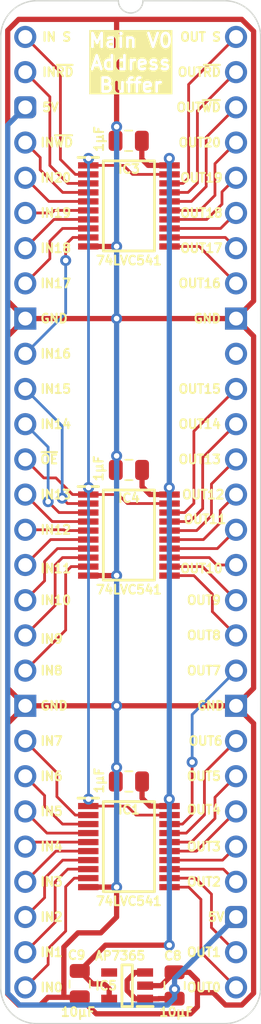
<source format=kicad_pcb>
(kicad_pcb (version 20241229) (generator "pcbnew") (generator_version "9.0")
  (title_block (title "Address Buffer 24bit") (date "2024-02-01") (rev "V0"))
  (layers (0 "F.Cu" signal) (2 "B.Cu" signal) (13 "F.Paste" user) (15 "B.Paste" user) (5 "F.SilkS" user "F.Silkscreen") (7 "B.SilkS" user "B.Silkscreen") (1 "F.Mask" user) (3 "B.Mask" user) (25 "Edge.Cuts" user))
  (net 0 "")
  (net 1 "/3.3V")
  (net 3 "AS2")
  (net 4 "AM4")
  (net 5 "AM0")
  (net 6 "~{OE}")
  (net 7 "AM3")
  (net 8 "AS5")
  (net 9 "AM2")
  (net 10 "AS3")
  (net 11 "5V")
  (net 12 "GND")
  (net 13 "AM6")
  (net 14 "AS1")
  (net 15 "AS0")
  (net 16 "AM5")
  (net 17 "AS4")
  (net 18 "AM1")
  (net 19 "AS6")
  (net 20 "AS19")
  (net 21 "AM15")
  (net 22 "AS17")
  (net 23 "AM16")
  (net 24 "AS15")
  (net 25 "AS20")
  (net 26 "AM20")
  (net 27 "M~{WD}")
  (net 28 "AM17")
  (net 29 "AM19")
  (net 30 "M~{RD}")
  (net 31 "S~{WD}")
  (net 32 "AS18")
  (net 33 "AM18")
  (net 34 "S~{RD}")
  (net 35 "AS16")
  (net 36 "AM14")
  (net 37 "AM7")
  (net 38 "AM11")
  (net 39 "AS9")
  (net 40 "AM13")
  (net 41 "AS7")
  (net 42 "AM8")
  (net 43 "AM10")
  (net 44 "AS13")
  (net 45 "AS14")
  (net 46 "AS8")
  (net 47 "AM12")
  (net 48 "AS12")
  (net 49 "AS10")
  (net 50 "AM9")
  (net 51 "AS11")
  (net 53 "MT")
  (net 54 "ST")
  (footprint "SamacSys_Parts:SOP65P640X110-20N" (layer "F.Cu") (at 7.493 58.42)
    (property "Reference" "IC1" (at 0 -2.667 0) (layer "F.SilkS") (effects (font (size 0.635 0.635))))
    (property "Value" "74LVC541APW,118" (hide yes))
    (fp_text user "${Silkscreen}" (at 0 3.937 0) (layer "F.SilkS") (effects (font (size 0.635 0.635))))
    (pad "1" smd rect (at -2.938 -2.925 90) (size 0.45 1.475) (layers "F.Cu" "F.Mask" "F.Paste") (net 6 "~{OE}"))
    (pad "2" smd rect (at -2.938 -2.275 90) (size 0.45 1.475) (layers "F.Cu" "F.Mask" "F.Paste") (net 37 "AM7"))
    (pad "3" smd rect (at -2.938 -1.625 90) (size 0.45 1.475) (layers "F.Cu" "F.Mask" "F.Paste") (net 13 "AM6"))
    (pad "4" smd rect (at -2.938 -0.975 90) (size 0.45 1.475) (layers "F.Cu" "F.Mask" "F.Paste") (net 16 "AM5"))
    (pad "5" smd rect (at -2.938 -0.325 90) (size 0.45 1.475) (layers "F.Cu" "F.Mask" "F.Paste") (net 4 "AM4"))
    (pad "6" smd rect (at -2.938 0.325 90) (size 0.45 1.475) (layers "F.Cu" "F.Mask" "F.Paste") (net 7 "AM3"))
    (pad "7" smd rect (at -2.938 0.975 90) (size 0.45 1.475) (layers "F.Cu" "F.Mask" "F.Paste") (net 9 "AM2"))
    (pad "8" smd rect (at -2.938 1.625 90) (size 0.45 1.475) (layers "F.Cu" "F.Mask" "F.Paste") (net 18 "AM1"))
    (pad "9" smd rect (at -2.938 2.275 90) (size 0.45 1.475) (layers "F.Cu" "F.Mask" "F.Paste") (net 5 "AM0"))
    (pad "10" smd rect (at -2.938 2.925 90) (size 0.45 1.475) (layers "F.Cu" "F.Mask" "F.Paste") (net 12 "GND"))
    (pad "11" smd rect (at 2.938 2.925 90) (size 0.45 1.475) (layers "F.Cu" "F.Mask" "F.Paste") (net 15 "AS0"))
    (pad "12" smd rect (at 2.938 2.275 90) (size 0.45 1.475) (layers "F.Cu" "F.Mask" "F.Paste") (net 14 "AS1"))
    (pad "13" smd rect (at 2.938 1.625 90) (size 0.45 1.475) (layers "F.Cu" "F.Mask" "F.Paste") (net 3 "AS2"))
    (pad "14" smd rect (at 2.938 0.975 90) (size 0.45 1.475) (layers "F.Cu" "F.Mask" "F.Paste") (net 10 "AS3"))
    (pad "15" smd rect (at 2.938 0.325 90) (size 0.45 1.475) (layers "F.Cu" "F.Mask" "F.Paste") (net 17 "AS4"))
    (pad "16" smd rect (at 2.938 -0.325 90) (size 0.45 1.475) (layers "F.Cu" "F.Mask" "F.Paste") (net 8 "AS5"))
    (pad "17" smd rect (at 2.938 -0.975 90) (size 0.45 1.475) (layers "F.Cu" "F.Mask" "F.Paste") (net 19 "AS6"))
    (pad "18" smd rect (at 2.938 -1.625 90) (size 0.45 1.475) (layers "F.Cu" "F.Mask" "F.Paste") (net 41 "AS7"))
    (pad "19" smd rect (at 2.938 -2.275 90) (size 0.45 1.475) (layers "F.Cu" "F.Mask" "F.Paste") (net 6 "~{OE}"))
    (pad "20" smd rect (at 2.938 -2.925 90) (size 0.45 1.475) (layers "F.Cu" "F.Mask" "F.Paste") (net 1 "/3.3V"))
  )
  (footprint "SamacSys_Parts:SOP65P640X110-20N" (layer "F.Cu") (at 7.493 35.941)
    (property "Reference" "IC4" (at 0 -2.667 0) (layer "F.SilkS") (effects (font (size 0.635 0.635))))
    (property "Value" "74LVC541APW,118" (hide yes))
    (fp_text user "${Silkscreen}" (at 0 3.937 0) (layer "F.SilkS") (effects (font (size 0.635 0.635))))
    (pad "1" smd rect (at -2.938 -2.925 90) (size 0.45 1.475) (layers "F.Cu" "F.Mask" "F.Paste") (net 6 "~{OE}"))
    (pad "2" smd rect (at -2.938 -2.275 90) (size 0.45 1.475) (layers "F.Cu" "F.Mask" "F.Paste") (net 21 "AM15"))
    (pad "3" smd rect (at -2.938 -1.625 90) (size 0.45 1.475) (layers "F.Cu" "F.Mask" "F.Paste") (net 36 "AM14"))
    (pad "4" smd rect (at -2.938 -0.975 90) (size 0.45 1.475) (layers "F.Cu" "F.Mask" "F.Paste") (net 40 "AM13"))
    (pad "5" smd rect (at -2.938 -0.325 90) (size 0.45 1.475) (layers "F.Cu" "F.Mask" "F.Paste") (net 47 "AM12"))
    (pad "6" smd rect (at -2.938 0.325 90) (size 0.45 1.475) (layers "F.Cu" "F.Mask" "F.Paste") (net 38 "AM11"))
    (pad "7" smd rect (at -2.938 0.975 90) (size 0.45 1.475) (layers "F.Cu" "F.Mask" "F.Paste") (net 43 "AM10"))
    (pad "8" smd rect (at -2.938 1.625 90) (size 0.45 1.475) (layers "F.Cu" "F.Mask" "F.Paste") (net 50 "AM9"))
    (pad "9" smd rect (at -2.938 2.275 90) (size 0.45 1.475) (layers "F.Cu" "F.Mask" "F.Paste") (net 42 "AM8"))
    (pad "10" smd rect (at -2.938 2.925 90) (size 0.45 1.475) (layers "F.Cu" "F.Mask" "F.Paste") (net 12 "GND"))
    (pad "11" smd rect (at 2.938 2.925 90) (size 0.45 1.475) (layers "F.Cu" "F.Mask" "F.Paste") (net 46 "AS8"))
    (pad "12" smd rect (at 2.938 2.275 90) (size 0.45 1.475) (layers "F.Cu" "F.Mask" "F.Paste") (net 39 "AS9"))
    (pad "13" smd rect (at 2.938 1.625 90) (size 0.45 1.475) (layers "F.Cu" "F.Mask" "F.Paste") (net 49 "AS10"))
    (pad "14" smd rect (at 2.938 0.975 90) (size 0.45 1.475) (layers "F.Cu" "F.Mask" "F.Paste") (net 51 "AS11"))
    (pad "15" smd rect (at 2.938 0.325 90) (size 0.45 1.475) (layers "F.Cu" "F.Mask" "F.Paste") (net 48 "AS12"))
    (pad "16" smd rect (at 2.938 -0.325 90) (size 0.45 1.475) (layers "F.Cu" "F.Mask" "F.Paste") (net 44 "AS13"))
    (pad "17" smd rect (at 2.938 -0.975 90) (size 0.45 1.475) (layers "F.Cu" "F.Mask" "F.Paste") (net 45 "AS14"))
    (pad "18" smd rect (at 2.938 -1.625 90) (size 0.45 1.475) (layers "F.Cu" "F.Mask" "F.Paste") (net 24 "AS15"))
    (pad "19" smd rect (at 2.938 -2.275 90) (size 0.45 1.475) (layers "F.Cu" "F.Mask" "F.Paste") (net 6 "~{OE}"))
    (pad "20" smd rect (at 2.938 -2.925 90) (size 0.45 1.475) (layers "F.Cu" "F.Mask" "F.Paste") (net 1 "/3.3V"))
  )
  (footprint "SamacSys_Parts:C_0805" (layer "F.Cu") (at 7.493 7.493 90)
    (property "Reference" "C3" (hide yes))
    (property "Value" "1μF" (at 0.127 -2.159 90) (layer "F.SilkS") (effects (font (size 0.635 0.635))))
    (pad "1" smd roundrect (at 0 0.934 180) (size 1 1.45) (layers "F.Cu" "F.Mask" "F.Paste") (net 1 "/3.3V"))
    (pad "2" smd roundrect (at 0 -0.966 180) (size 1 1.45) (layers "F.Cu" "F.Mask" "F.Paste") (net 12 "GND"))
  )
  (footprint "SamacSys_Parts:C_0805" (layer "F.Cu") (at 7.509 31.242 90)
    (property "Reference" "C2" (hide yes))
    (property "Value" "1μF" (at 0.1056 -2.2038 90) (layer "F.SilkS") (effects (font (size 0.635 0.635))))
    (pad "1" smd roundrect (at 0 0.934 180) (size 1 1.45) (layers "F.Cu" "F.Mask" "F.Paste") (net 1 "/3.3V"))
    (pad "2" smd roundrect (at 0 -0.966 180) (size 1 1.45) (layers "F.Cu" "F.Mask" "F.Paste") (net 12 "GND"))
  )
  (footprint "SamacSys_Parts:C_0805" (layer "F.Cu") (at 7.509 53.721 90)
    (property "Reference" "C1" (hide yes))
    (property "Value" "1μF" (at 0.07 -2.159 90) (layer "F.SilkS") (effects (font (size 0.635 0.635))))
    (pad "1" smd roundrect (at 0 0.934 180) (size 1 1.45) (layers "F.Cu" "F.Mask" "F.Paste") (net 1 "/3.3V"))
    (pad "2" smd roundrect (at 0 -0.966 180) (size 1 1.45) (layers "F.Cu" "F.Mask" "F.Paste") (net 12 "GND"))
  )
  (footprint "SamacSys_Parts:C_0805" (layer "F.Cu") (at 3.937 68.326 180)
    (property "Reference" "C9" (at 0.227 2.075 180) (layer "F.SilkS") (effects (font (size 0.635 0.635))))
    (property "Value" "10µF" (at 0.127 -2.032 0) (layer "F.SilkS") (effects (font (size 0.635 0.635))))
    (pad "1" smd roundrect (at 0 0.934 270) (size 1 1.45) (layers "F.Cu" "F.Mask" "F.Paste") (net 1 "/3.3V"))
    (pad "2" smd roundrect (at 0 -0.966 270) (size 1 1.45) (layers "F.Cu" "F.Mask" "F.Paste") (net 12 "GND"))
  )
  (footprint "SamacSys_Parts:C_0805" (layer "F.Cu") (at 10.795 68.453)
    (property "Reference" "C8" (at -0.127 -2.159 0) (layer "F.SilkS") (effects (font (size 0.635 0.635))))
    (property "Value" "10µF" (at 0.127 1.905 180) (layer "F.SilkS") (effects (font (size 0.635 0.635))))
    (pad "1" smd roundrect (at 0 0.934 90) (size 1 1.45) (layers "F.Cu" "F.Mask" "F.Paste") (net 11 "5V"))
    (pad "2" smd roundrect (at 0 -0.966 90) (size 1 1.45) (layers "F.Cu" "F.Mask" "F.Paste") (net 12 "GND"))
  )
  (footprint "SamacSys_Parts:SOP65P640X110-20N" (layer "F.Cu") (at 7.493 12.192)
    (property "Reference" "IC3" (at 0 -2.667 0) (layer "F.SilkS") (effects (font (size 0.635 0.635))))
    (property "Value" "74LVC541APW,118" (hide yes))
    (fp_text user "${Silkscreen}" (at 0 3.937 0) (layer "F.SilkS") (effects (font (size 0.635 0.635))))
    (pad "1" smd rect (at -2.938 -2.925 90) (size 0.45 1.475) (layers "F.Cu" "F.Mask" "F.Paste") (net 6 "~{OE}"))
    (pad "2" smd rect (at -2.938 -2.275 90) (size 0.45 1.475) (layers "F.Cu" "F.Mask" "F.Paste") (net 53 "MT"))
    (pad "3" smd rect (at -2.938 -1.625 90) (size 0.45 1.475) (layers "F.Cu" "F.Mask" "F.Paste") (net 30 "M~{RD}"))
    (pad "4" smd rect (at -2.938 -0.975 90) (size 0.45 1.475) (layers "F.Cu" "F.Mask" "F.Paste") (net 27 "M~{WD}"))
    (pad "5" smd rect (at -2.938 -0.325 90) (size 0.45 1.475) (layers "F.Cu" "F.Mask" "F.Paste") (net 26 "AM20"))
    (pad "6" smd rect (at -2.938 0.325 90) (size 0.45 1.475) (layers "F.Cu" "F.Mask" "F.Paste") (net 29 "AM19"))
    (pad "7" smd rect (at -2.938 0.975 90) (size 0.45 1.475) (layers "F.Cu" "F.Mask" "F.Paste") (net 33 "AM18"))
    (pad "8" smd rect (at -2.938 1.625 90) (size 0.45 1.475) (layers "F.Cu" "F.Mask" "F.Paste") (net 28 "AM17"))
    (pad "9" smd rect (at -2.938 2.275 90) (size 0.45 1.475) (layers "F.Cu" "F.Mask" "F.Paste") (net 23 "AM16"))
    (pad "10" smd rect (at -2.938 2.925 90) (size 0.45 1.475) (layers "F.Cu" "F.Mask" "F.Paste") (net 12 "GND"))
    (pad "11" smd rect (at 2.938 2.925 90) (size 0.45 1.475) (layers "F.Cu" "F.Mask" "F.Paste") (net 35 "AS16"))
    (pad "12" smd rect (at 2.938 2.275 90) (size 0.45 1.475) (layers "F.Cu" "F.Mask" "F.Paste") (net 22 "AS17"))
    (pad "13" smd rect (at 2.938 1.625 90) (size 0.45 1.475) (layers "F.Cu" "F.Mask" "F.Paste") (net 32 "AS18"))
    (pad "14" smd rect (at 2.938 0.975 90) (size 0.45 1.475) (layers "F.Cu" "F.Mask" "F.Paste") (net 20 "AS19"))
    (pad "15" smd rect (at 2.938 0.325 90) (size 0.45 1.475) (layers "F.Cu" "F.Mask" "F.Paste") (net 25 "AS20"))
    (pad "16" smd rect (at 2.938 -0.325 90) (size 0.45 1.475) (layers "F.Cu" "F.Mask" "F.Paste") (net 31 "S~{WD}"))
    (pad "17" smd rect (at 2.938 -0.975 90) (size 0.45 1.475) (layers "F.Cu" "F.Mask" "F.Paste") (net 34 "S~{RD}"))
    (pad "18" smd rect (at 2.938 -1.625 90) (size 0.45 1.475) (layers "F.Cu" "F.Mask" "F.Paste") (net 54 "ST"))
    (pad "19" smd rect (at 2.938 -2.275 90) (size 0.45 1.475) (layers "F.Cu" "F.Mask" "F.Paste") (net 6 "~{OE}"))
    (pad "20" smd rect (at 2.938 -2.925 90) (size 0.45 1.475) (layers "F.Cu" "F.Mask" "F.Paste") (net 1 "/3.3V"))
  )
  (footprint "SamacSys_Parts:DIP-56_Board_W15.24mm" (layer "F.Cu") (at 0 0)
    (property "Reference" "J2" (hide yes))
    (property "Value" "Board 2x28 W15.24mm" (hide yes))
    (fp_line (start -1.778 68.58) (end -1.778 0) (stroke (width 0.1)) (layer "Edge.Cuts"))
    (fp_line (start 6.731 -2.6162) (end 0.835732 -2.613732) (stroke (width 0.1)) (layer "Edge.Cuts"))
    (fp_line (start 14.404267 -2.613733) (end 8.509 -2.6162) (stroke (width 0.1)) (layer "Edge.Cuts"))
    (fp_line (start 14.404268 71.193732) (end 0.835733 71.193733) (stroke (width 0.1)) (layer "Edge.Cuts"))
    (fp_line (start 17.018 68.58) (end 17.017999 -0.000001) (stroke (width 0.1)) (layer "Edge.Cuts"))
    (fp_arc (start -1.778 0) (mid -1.012456 -1.848188) (end 0.835732 -2.613732) (stroke (width 0.1)) (layer "Edge.Cuts"))
    (fp_arc (start 0.835733 71.193733) (mid -1.012456 70.428189) (end -1.778 68.58) (stroke (width 0.1)) (layer "Edge.Cuts"))
    (fp_arc (start 8.509 -2.6162) (mid 7.62 -1.7272) (end 6.731 -2.6162) (stroke (width 0.1)) (layer "Edge.Cuts"))
    (fp_arc (start 14.404267 -2.613733) (mid 16.252455 -1.848189) (end 17.017999 -0.000001) (stroke (width 0.1)) (layer "Edge.Cuts"))
    (fp_arc (start 17.018 68.58) (mid 16.252455 70.428187) (end 14.404268 71.193732) (stroke (width 0.1)) (layer "Edge.Cuts"))
    (pad "1" thru_hole circle (at 0 0) (size 1.6 1.6) (drill 1) (layers "*.Cu" "*.Mask") (net 53 "MT"))
    (pad "2" thru_hole oval (at 0 2.54) (size 1.6 1.6) (drill 1) (layers "*.Cu" "*.Mask") (net 30 "M~{RD}"))
    (pad "3" thru_hole roundrect (at 0 5.08) (size 1.6 1.6) (drill 1) (layers "*.Cu" "*.Mask") (net 11 "5V"))
    (pad "4" thru_hole oval (at 0 7.62) (size 1.6 1.6) (drill 1) (layers "*.Cu" "*.Mask") (net 27 "M~{WD}"))
    (pad "5" thru_hole oval (at 0 10.16) (size 1.6 1.6) (drill 1) (layers "*.Cu" "*.Mask") (net 26 "AM20"))
    (pad "6" thru_hole oval (at 0 12.7) (size 1.6 1.6) (drill 1) (layers "*.Cu" "*.Mask") (net 29 "AM19"))
    (pad "7" thru_hole oval (at 0 15.24) (size 1.6 1.6) (drill 1) (layers "*.Cu" "*.Mask") (net 33 "AM18"))
    (pad "8" thru_hole oval (at 0 17.78) (size 1.6 1.6) (drill 1) (layers "*.Cu" "*.Mask") (net 28 "AM17"))
    (pad "9" thru_hole rect (at 0 20.32) (size 1.6 1.6) (drill 1) (layers "*.Cu" "*.Mask") (net 12 "GND"))
    (pad "10" thru_hole circle (at 0 22.86) (size 1.6 1.6) (drill 1) (layers "*.Cu" "*.Mask") (net 23 "AM16"))
    (pad "11" thru_hole circle (at 0 25.4) (size 1.6 1.6) (drill 1) (layers "*.Cu" "*.Mask") (net 21 "AM15"))
    (pad "12" thru_hole oval (at 0 27.94) (size 1.6 1.6) (drill 1) (layers "*.Cu" "*.Mask") (net 36 "AM14"))
    (pad "13" thru_hole oval (at 0 30.48) (size 1.6 1.6) (drill 1) (layers "*.Cu" "*.Mask") (net 6 "~{OE}"))
    (pad "14" thru_hole oval (at 0 33.02) (size 1.6 1.6) (drill 1) (layers "*.Cu" "*.Mask") (net 40 "AM13"))
    (pad "15" thru_hole oval (at 0 35.56) (size 1.6 1.6) (drill 1) (layers "*.Cu" "*.Mask") (net 47 "AM12"))
    (pad "16" thru_hole oval (at 0 38.1) (size 1.6 1.6) (drill 1) (layers "*.Cu" "*.Mask") (net 38 "AM11"))
    (pad "17" thru_hole oval (at 0 40.64) (size 1.6 1.6) (drill 1) (layers "*.Cu" "*.Mask") (net 43 "AM10"))
    (pad "18" thru_hole oval (at 0 43.18) (size 1.6 1.6) (drill 1) (layers "*.Cu" "*.Mask") (net 50 "AM9"))
    (pad "19" thru_hole circle (at 0 45.72) (size 1.6 1.6) (drill 1) (layers "*.Cu" "*.Mask") (net 42 "AM8"))
    (pad "20" thru_hole rect (at 0 48.26) (size 1.6 1.6) (drill 1) (layers "*.Cu" "*.Mask") (net 12 "GND"))
    (pad "21" thru_hole oval (at 0 50.8) (size 1.6 1.6) (drill 1) (layers "*.Cu" "*.Mask") (net 37 "AM7"))
    (pad "22" thru_hole oval (at 0 53.34) (size 1.6 1.6) (drill 1) (layers "*.Cu" "*.Mask") (net 13 "AM6"))
    (pad "23" thru_hole oval (at 0 55.88) (size 1.6 1.6) (drill 1) (layers "*.Cu" "*.Mask") (net 16 "AM5"))
    (pad "24" thru_hole oval (at 0 58.42) (size 1.6 1.6) (drill 1) (layers "*.Cu" "*.Mask") (net 4 "AM4"))
    (pad "25" thru_hole oval (at 0 60.96) (size 1.6 1.6) (drill 1) (layers "*.Cu" "*.Mask") (net 7 "AM3"))
    (pad "26" thru_hole oval (at 0 63.5) (size 1.6 1.6) (drill 1) (layers "*.Cu" "*.Mask") (net 9 "AM2"))
    (pad "27" thru_hole oval (at 0 66.04) (size 1.6 1.6) (drill 1) (layers "*.Cu" "*.Mask") (net 18 "AM1"))
    (pad "28" thru_hole oval (at 0 68.58) (size 1.6 1.6) (drill 1) (layers "*.Cu" "*.Mask") (net 5 "AM0"))
    (pad "29" thru_hole oval (at 15.24 68.58) (size 1.6 1.6) (drill 1) (layers "*.Cu" "*.Mask") (net 15 "AS0"))
    (pad "30" thru_hole oval (at 15.24 66.04) (size 1.6 1.6) (drill 1) (layers "*.Cu" "*.Mask") (net 14 "AS1"))
    (pad "31" thru_hole roundrect (at 15.24 63.5) (size 1.6 1.6) (drill 1) (layers "*.Cu" "*.Mask") (net 11 "5V"))
    (pad "32" thru_hole oval (at 15.24 60.96) (size 1.6 1.6) (drill 1) (layers "*.Cu" "*.Mask") (net 3 "AS2"))
    (pad "33" thru_hole oval (at 15.24 58.42) (size 1.6 1.6) (drill 1) (layers "*.Cu" "*.Mask") (net 10 "AS3"))
    (pad "34" thru_hole oval (at 15.24 55.88) (size 1.6 1.6) (drill 1) (layers "*.Cu" "*.Mask") (net 17 "AS4"))
    (pad "35" thru_hole oval (at 15.24 53.34) (size 1.6 1.6) (drill 1) (layers "*.Cu" "*.Mask") (net 8 "AS5"))
    (pad "36" thru_hole oval (at 15.24 50.8) (size 1.6 1.6) (drill 1) (layers "*.Cu" "*.Mask") (net 19 "AS6"))
    (pad "37" thru_hole rect (at 15.24 48.26) (size 1.6 1.6) (drill 1) (layers "*.Cu" "*.Mask") (net 12 "GND"))
    (pad "38" thru_hole circle (at 15.24 45.72) (size 1.6 1.6) (drill 1) (layers "*.Cu" "*.Mask") (net 41 "AS7"))
    (pad "39" thru_hole oval (at 15.24 43.18) (size 1.6 1.6) (drill 1) (layers "*.Cu" "*.Mask") (net 46 "AS8"))
    (pad "40" thru_hole oval (at 15.24 40.64) (size 1.6 1.6) (drill 1) (layers "*.Cu" "*.Mask") (net 39 "AS9"))
    (pad "41" thru_hole oval (at 15.24 38.1) (size 1.6 1.6) (drill 1) (layers "*.Cu" "*.Mask") (net 49 "AS10"))
    (pad "42" thru_hole oval (at 15.24 35.56) (size 1.6 1.6) (drill 1) (layers "*.Cu" "*.Mask") (net 51 "AS11"))
    (pad "43" thru_hole oval (at 15.24 33.02) (size 1.6 1.6) (drill 1) (layers "*.Cu" "*.Mask") (net 48 "AS12"))
    (pad "44" thru_hole oval (at 15.24 30.48) (size 1.6 1.6) (drill 1) (layers "*.Cu" "*.Mask") (net 44 "AS13"))
    (pad "45" thru_hole oval (at 15.24 27.94) (size 1.6 1.6) (drill 1) (layers "*.Cu" "*.Mask") (net 45 "AS14"))
    (pad "46" thru_hole circle (at 15.24 25.4) (size 1.6 1.6) (drill 1) (layers "*.Cu" "*.Mask") (net 24 "AS15"))
    (pad "47" thru_hole circle (at 15.24 22.86) (size 1.6 1.6) (drill 1) (layers "*.Cu" "*.Mask"))
    (pad "48" thru_hole rect (at 15.24 20.32) (size 1.6 1.6) (drill 1) (layers "*.Cu" "*.Mask") (net 12 "GND"))
    (pad "49" thru_hole oval (at 15.24 17.78) (size 1.6 1.6) (drill 1) (layers "*.Cu" "*.Mask") (net 35 "AS16"))
    (pad "50" thru_hole oval (at 15.24 15.24) (size 1.6 1.6) (drill 1) (layers "*.Cu" "*.Mask") (net 22 "AS17"))
    (pad "51" thru_hole oval (at 15.24 12.7) (size 1.6 1.6) (drill 1) (layers "*.Cu" "*.Mask") (net 32 "AS18"))
    (pad "52" thru_hole oval (at 15.24 10.16) (size 1.6 1.6) (drill 1) (layers "*.Cu" "*.Mask") (net 20 "AS19"))
    (pad "53" thru_hole oval (at 15.24 7.62) (size 1.6 1.6) (drill 1) (layers "*.Cu" "*.Mask") (net 25 "AS20"))
    (pad "54" thru_hole oval (at 15.24 5.08) (size 1.6 1.6) (drill 1) (layers "*.Cu" "*.Mask") (net 31 "S~{WD}"))
    (pad "55" thru_hole oval (at 15.24 2.54) (size 1.6 1.6) (drill 1) (layers "*.Cu" "*.Mask") (net 34 "S~{RD}"))
    (pad "56" thru_hole oval (at 15.24 0) (size 1.6 1.6) (drill 1) (layers "*.Cu" "*.Mask") (net 54 "ST"))
  )
  (footprint "SamacSys_Parts:SOT95P285X130-5N" (layer "F.Cu") (at 7.366 68.453 180)
    (property "Reference" "IC5" (at 1.524 0 180) (layer "F.SilkS") (effects (font (size 0.635 0.635))))
    (property "Value" "AP7365-33WG-7" (hide yes))
    (fp_text user "${Silkscreen}" (at 0.508 2.159 180) (layer "F.SilkS") (effects (font (size 0.635 0.635))))
    (pad "1" smd rect (at -1.3 -0.95 270) (size 0.6 1.15) (layers "F.Cu" "F.Mask" "F.Paste") (net 11 "5V"))
    (pad "2" smd rect (at -1.3 0 270) (size 0.6 1.15) (layers "F.Cu" "F.Mask" "F.Paste") (net 12 "GND"))
    (pad "3" smd rect (at -1.3 0.95 270) (size 0.6 1.15) (layers "F.Cu" "F.Mask" "F.Paste") (net 11 "5V"))
    (pad "4" smd rect (at 1.3 0.95 270) (size 0.6 1.15) (layers "F.Cu" "F.Mask" "F.Paste"))
    (pad "5" smd rect (at 1.3 -0.95 270) (size 0.6 1.15) (layers "F.Cu" "F.Mask" "F.Paste") (net 1 "/3.3V"))
  )
  (gr_text "GND" (at 1.016 48.26 0) (layer "F.SilkS") (effects (font (size 0.635 0.635)) (justify left)))
  (gr_text "IN14" (at 1.016 27.94 0) (layer "F.SilkS") (effects (font (size 0.635 0.635)) (justify left)))
  (gr_text "GND" (at 14.224 20.32 0) (layer "F.SilkS") (effects (font (size 0.635 0.635)) (justify right)))
  (gr_text "OUT~{WD}" (at 14.224 5.08 0) (layer "F.SilkS") (effects (font (size 0.635 0.635)) (justify right)))
  (gr_text "OUT11" (at 14.605 34.798 0) (layer "F.SilkS") (effects (font (size 0.635 0.635)) (justify right)))
  (gr_text "5V" (at 1.143 5.08 0) (layer "F.SilkS") (effects (font (size 0.635 0.635)) (justify left)))
  (gr_text "OUT8" (at 14.224 43.18 0) (layer "F.SilkS") (effects (font (size 0.635 0.635)) (justify right)))
  (gr_text "IN17" (at 1.016 17.78 0) (layer "F.SilkS") (effects (font (size 0.635 0.635)) (justify left)))
  (gr_text "OUT19" (at 14.351 10.16 0) (layer "F.SilkS") (effects (font (size 0.635 0.635)) (justify right)))
  (gr_text "OUT10" (at 14.351 38.354 0) (layer "F.SilkS") (effects (font (size 0.635 0.635)) (justify right)))
  (gr_text "OUT~{RD}" (at 14.224 2.54 0) (layer "F.SilkS") (effects (font (size 0.635 0.635)) (justify right)))
  (gr_text "OUT3" (at 14.224 58.42 0) (layer "F.SilkS") (effects (font (size 0.635 0.635)) (justify right)))
  (gr_text "IN4" (at 1.016 58.42 0) (layer "F.SilkS") (effects (font (size 0.635 0.635)) (justify left)))
  (gr_text "OUT5" (at 14.224 53.34 0) (layer "F.SilkS") (effects (font (size 0.635 0.635)) (justify right)))
  (gr_text "OUT9" (at 14.224 40.64 0) (layer "F.SilkS") (effects (font (size 0.635 0.635)) (justify right)))
  (gr_text "IN6" (at 1.016 53.34 0) (layer "F.SilkS") (effects (font (size 0.635 0.635)) (justify left)))
  (gr_text "IN13" (at 1.016 33.02 0) (layer "F.SilkS") (effects (font (size 0.635 0.635)) (justify left)))
  (gr_text "OUT14" (at 14.224 27.94 0) (layer "F.SilkS") (effects (font (size 0.635 0.635)) (justify right)))
  (gr_text "IN10" (at 1.016 40.64 0) (layer "F.SilkS") (effects (font (size 0.635 0.635)) (justify left)))
  (gr_text "OUT S" (at 14.224 0 0) (layer "F.SilkS") (effects (font (size 0.635 0.635)) (justify right)))
  (gr_text "OUT20" (at 14.224 7.62 0) (layer "F.SilkS") (effects (font (size 0.635 0.635)) (justify right)))
  (gr_text "IN~{RD}" (at 1.143 2.54 0) (layer "F.SilkS") (effects (font (size 0.635 0.635)) (justify left)))
  (gr_text "IN11" (at 1.016 38.354 0) (layer "F.SilkS") (effects (font (size 0.635 0.635)) (justify left)))
  (gr_text "OUT16" (at 14.224 17.78 0) (layer "F.SilkS") (effects (font (size 0.635 0.635)) (justify right)))
  (gr_text "OUT4" (at 14.224 55.753 0) (layer "F.SilkS") (effects (font (size 0.635 0.635)) (justify right)))
  (gr_text "OUT2" (at 14.224 60.96 0) (layer "F.SilkS") (effects (font (size 0.635 0.635)) (justify right)))
  (gr_text "IN5" (at 1.016 55.88 0) (layer "F.SilkS") (effects (font (size 0.635 0.635)) (justify left)))
  (gr_text "OUT15" (at 14.224 25.4 0) (layer "F.SilkS") (effects (font (size 0.635 0.635)) (justify right)))
  (gr_text "IN18" (at 1.016 15.24 0) (layer "F.SilkS") (effects (font (size 0.635 0.635)) (justify left)))
  (gr_text "OUT1" (at 14.224 66.04 0) (layer "F.SilkS") (effects (font (size 0.635 0.635)) (justify right)))
  (gr_text "IN7" (at 1.016 50.8 0) (layer "F.SilkS") (effects (font (size 0.635 0.635)) (justify left)))
  (gr_text "IN1" (at 1.016 66.04 0) (layer "F.SilkS") (effects (font (size 0.635 0.635)) (justify left)))
  (gr_text "IN8" (at 1.016 45.72 0) (layer "F.SilkS") (effects (font (size 0.635 0.635)) (justify left)))
  (gr_text "GND" (at 1.016 20.32 0) (layer "F.SilkS") (effects (font (size 0.635 0.635)) (justify left)))
  (gr_text "OUT13" (at 14.224 30.48 0) (layer "F.SilkS") (effects (font (size 0.635 0.635)) (justify right)))
  (gr_text "OUT12" (at 14.478 33.02 0) (layer "F.SilkS") (effects (font (size 0.635 0.635)) (justify right)))
  (gr_text "5V" (at 14.478 63.5 0) (layer "F.SilkS") (effects (font (size 0.635 0.635)) (justify right)))
  (gr_text "~{OE}" (at 1.016 30.48 0) (layer "F.SilkS") (effects (font (size 0.635 0.635)) (justify left)))
  (gr_text "OUT17" (at 14.351 15.24 0) (layer "F.SilkS") (effects (font (size 0.635 0.635)) (justify right)))
  (gr_text "IN19" (at 1.016 12.7 0) (layer "F.SilkS") (effects (font (size 0.635 0.635)) (justify left)))
  (gr_text "IN20" (at 1.016 10.16 0) (layer "F.SilkS") (effects (font (size 0.635 0.635)) (justify left)))
  (gr_text "OUT18" (at 14.351 12.7 0) (layer "F.SilkS") (effects (font (size 0.635 0.635)) (justify right)))
  (gr_text "IN16" (at 1.016 22.86 0) (layer "F.SilkS") (effects (font (size 0.635 0.635)) (justify left)))
  (gr_text "IN12" (at 1.016 35.56 0) (layer "F.SilkS") (effects (font (size 0.635 0.635)) (justify left)))
  (gr_text "IN0" (at 1.016 68.58 0) (layer "F.SilkS") (effects (font (size 0.635 0.635)) (justify left)))
  (gr_text "IN2" (at 1.016 63.5 0) (layer "F.SilkS") (effects (font (size 0.635 0.635)) (justify left)))
  (gr_text "Main V0\nAddress\nBuffer" (at 7.62 4.064 0) (layer "F.SilkS" knockout) (effects (font (size 1 1) (thickness 0.2) (bold yes)) (justify bottom)))
  (gr_text "IN3" (at 1.016 60.96 0) (layer "F.SilkS") (effects (font (size 0.635 0.635)) (justify left)))
  (gr_text "IN15" (at 1.016 25.4 0) (layer "F.SilkS") (effects (font (size 0.635 0.635)) (justify left)))
  (gr_text "IN9" (at 1.016 43.434 0) (layer "F.SilkS") (effects (font (size 0.635 0.635)) (justify left)))
  (gr_text "IN S" (at 1.143 0 0) (layer "F.SilkS") (effects (font (size 0.635 0.635)) (justify left)))
  (gr_text "OUT7" (at 14.224 45.72 0) (layer "F.SilkS") (effects (font (size 0.635 0.635)) (justify right)))
  (gr_text "IN~{WD}" (at 1.016 7.62 0) (layer "F.SilkS") (effects (font (size 0.635 0.635)) (justify left)))
  (gr_text "GND" (at 14.478 48.26 0) (layer "F.SilkS") (effects (font (size 0.635 0.635)) (justify right)))
  (gr_text "OUT6" (at 14.351 50.8 0) (layer "F.SilkS") (effects (font (size 0.635 0.635)) (justify right)))
  (gr_text "OUT0" (at 14.224 68.58 0) (layer "F.SilkS") (effects (font (size 0.635 0.635)) (justify right)))
  (segment (start 10.414 32.512) (end 10.414 32.999) (width 0.38) (layer "F.Cu") (net 1))
  (segment (start 6.066 69.403) (end 6.066 68.677) (width 0.38) (layer "F.Cu") (net 1))
  (segment (start 10.414 54.991) (end 10.414 55.478) (width 0.38) (layer "F.Cu") (net 1))
  (segment (start 3.937 67.392) (end 5.797 65.532) (width 0.38) (layer "F.Cu") (net 1))
  (segment (start 4.871 68.326) (end 3.937 67.392) (width 0.38) (layer "F.Cu") (net 1))
  (segment (start 10.414 8.763) (end 10.414 9.25) (width 0.38) (layer "F.Cu") (net 1))
  (segment (start 8.443 54.925) (end 8.443 53.721) (width 0.38) (layer "F.Cu") (net 1))
  (segment (start 10.414 32.999) (end 10.431 33.016) (width 0.38) (layer "F.Cu") (net 1))
  (segment (start 8.427 8.808) (end 8.886 9.267) (width 0.38) (layer "F.Cu") (net 1))
  (segment (start 10.414 9.25) (end 10.431 9.267) (width 0.38) (layer "F.Cu") (net 1))
  (segment (start 8.443 32.446) (end 8.443 31.242) (width 0.38) (layer "F.Cu") (net 1))
  (segment (start 10.431 55.495) (end 9.013 55.495) (width 0.38) (layer "F.Cu") (net 1))
  (segment (start 8.427 7.493) (end 8.427 8.808) (width 0.38) (layer "F.Cu") (net 1))
  (segment (start 10.431 33.016) (end 9.013 33.016) (width 0.38) (layer "F.Cu") (net 1))
  (segment (start 9.013 33.016) (end 8.443 32.446) (width 0.38) (layer "F.Cu") (net 1))
  (segment (start 5.797 65.532) (end 10.414 65.532) (width 0.38) (layer "F.Cu") (net 1))
  (segment (start 9.013 55.495) (end 8.443 54.925) (width 0.38) (layer "F.Cu") (net 1))
  (segment (start 8.886 9.267) (end 10.431 9.267) (width 0.38) (layer "F.Cu") (net 1))
  (segment (start 10.414 55.478) (end 10.431 55.495) (width 0.38) (layer "F.Cu") (net 1))
  (segment (start 6.066 68.677) (end 5.715 68.326) (width 0.38) (layer "F.Cu") (net 1))
  (segment (start 5.715 68.326) (end 4.871 68.326) (width 0.38) (layer "F.Cu") (net 1))
  (via (at 10.414 54.991) (size 0.8) (drill 0.4) (layers "F.Cu" "B.Cu") (net 1))
  (via (at 10.414 65.532) (size 0.8) (drill 0.4) (layers "F.Cu" "B.Cu") (net 1))
  (via (at 10.414 32.512) (size 0.8) (drill 0.4) (layers "F.Cu" "B.Cu") (net 1))
  (via (at 10.414 8.763) (size 0.8) (drill 0.4) (layers "F.Cu" "B.Cu") (net 1))
  (segment (start 10.414 54.991) (end 10.414 32.512) (width 0.38) (layer "B.Cu") (net 1))
  (segment (start 10.414 32.512) (end 10.414 8.763) (width 0.38) (layer "B.Cu") (net 1))
  (segment (start 10.414 65.532) (end 10.414 54.991) (width 0.38) (layer "B.Cu") (net 1))
  (segment (start 10.431 60.045) (end 14.325 60.045) (width 0.2) (layer "F.Cu") (net 3))
  (segment (start 14.325 60.045) (end 15.24 60.96) (width 0.2) (layer "F.Cu") (net 3))
  (segment (start 4.555 58.095) (end 0.325 58.095) (width 0.2) (layer "F.Cu") (net 4))
  (segment (start 0.325 58.095) (end 0 58.42) (width 0.2) (layer "F.Cu") (net 4))
  (segment (start 0 68.58) (end 1.651 66.929) (width 0.2) (layer "F.Cu") (net 5))
  (segment (start 1.651 66.929) (end 1.651 65.786) (width 0.2) (layer "F.Cu") (net 5))
  (segment (start 2.921 61.31425) (end 3.54025 60.695) (width 0.2) (layer "F.Cu") (net 5))
  (segment (start 1.651 65.786) (end 2.921 64.516) (width 0.2) (layer "F.Cu") (net 5))
  (segment (start 3.54025 60.695) (end 4.555 60.695) (width 0.2) (layer "F.Cu") (net 5))
  (segment (start 2.921 64.516) (end 2.921 61.31425) (width 0.2) (layer "F.Cu") (net 5))
  (segment (start 4.555 9.267) (end 7.108 9.267) (width 0.2) (layer "F.Cu") (net 6))
  (segment (start 4.572 9.25) (end 4.555 9.267) (width 0.2) (layer "F.Cu") (net 6))
  (segment (start 7.377 33.666) (end 10.431 33.666) (width 0.2) (layer "F.Cu") (net 6))
  (segment (start 7.758 9.917) (end 10.431 9.917) (width 0.2) (layer "F.Cu") (net 6))
  (segment (start 3.41625 33.016) (end 4.555 33.016) (width 0.2) (layer "F.Cu") (net 6))
  (segment (start 10.431 56.145) (end 8.012 56.145) (width 0.2) (layer "F.Cu") (net 6))
  (segment (start 0 30.48) (end 1.337875 31.817875) (width 0.2) (layer "F.Cu") (net 6))
  (segment (start 4.572 32.512) (end 4.572 32.999) (width 0.2) (layer "F.Cu") (net 6))
  (segment (start 4.555 55.495) (end 4.555 55.008) (width 0.2) (layer "F.Cu") (net 6))
  (segment (start 4.572 8.763) (end 4.572 9.25) (width 0.2) (layer "F.Cu") (net 6))
  (segment (start 4.555 33.016) (end 6.727 33.016) (width 0.2) (layer "F.Cu") (net 6))
  (segment (start 7.362 55.495) (end 4.555 55.495) (width 0.2) (layer "F.Cu") (net 6))
  (segment (start 4.572 32.999) (end 4.555 33.016) (width 0.2) (layer "F.Cu") (net 6))
  (segment (start 6.727 33.016) (end 7.377 33.666) (width 0.2) (layer "F.Cu") (net 6))
  (segment (start 8.012 56.145) (end 7.362 55.495) (width 0.2) (layer "F.Cu") (net 6))
  (segment (start 4.555 55.008) (end 4.572 54.991) (width 0.2) (layer "F.Cu") (net 6))
  (segment (start 2.218125 31.817875) (end 3.41625 33.016) (width 0.2) (layer "F.Cu") (net 6))
  (segment (start 7.108 9.267) (end 7.758 9.917) (width 0.2) (layer "F.Cu") (net 6))
  (segment (start 1.337875 31.817875) (end 2.218125 31.817875) (width 0.2) (layer "F.Cu") (net 6))
  (via (at 4.572 8.763) (size 0.8) (drill 0.4) (layers "F.Cu" "B.Cu") (net 6))
  (via (at 4.572 32.512) (size 0.8) (drill 0.4) (layers "F.Cu" "B.Cu") (net 6))
  (via (at 4.572 54.991) (size 0.8) (drill 0.4) (layers "F.Cu" "B.Cu") (net 6))
  (segment (start 4.572 32.512) (end 4.572 8.763) (width 0.2) (layer "B.Cu") (net 6))
  (segment (start 4.572 54.991) (end 4.572 32.512) (width 0.2) (layer "B.Cu") (net 6))
  (segment (start 2.215 58.745) (end 4.555 58.745) (width 0.2) (layer "F.Cu") (net 7))
  (segment (start 0 60.96) (end 2.215 58.745) (width 0.2) (layer "F.Cu") (net 7))
  (segment (start 12.009 58.095) (end 13.716 56.388) (width 0.2) (layer "F.Cu") (net 8))
  (segment (start 13.716 56.388) (end 13.716 54.864) (width 0.2) (layer "F.Cu") (net 8))
  (segment (start 13.716 54.864) (end 15.24 53.34) (width 0.2) (layer "F.Cu") (net 8))
  (segment (start 10.431 58.095) (end 12.009 58.095) (width 0.2) (layer "F.Cu") (net 8))
  (segment (start 2.708 59.395) (end 4.555 59.395) (width 0.2) (layer "F.Cu") (net 9))
  (segment (start 1.397 60.706) (end 2.708 59.395) (width 0.2) (layer "F.Cu") (net 9))
  (segment (start 0 63.5) (end 1.397 62.103) (width 0.2) (layer "F.Cu") (net 9))
  (segment (start 1.397 62.103) (end 1.397 60.706) (width 0.2) (layer "F.Cu") (net 9))
  (segment (start 10.431 59.395) (end 14.265 59.395) (width 0.2) (layer "F.Cu") (net 10))
  (segment (start 14.265 59.395) (end 15.24 58.42) (width 0.2) (layer "F.Cu") (net 10))
  (segment (start 8.666 69.403) (end 7.959 69.403) (width 0.38) (layer "F.Cu") (net 11))
  (segment (start 7.935 67.503) (end 7.366 68.072) (width 0.38) (layer "F.Cu") (net 11))
  (segment (start 8.666 67.503) (end 7.935 67.503) (width 0.38) (layer "F.Cu") (net 11))
  (segment (start 10.795 69.387) (end 9.652 69.387) (width 0.38) (layer "F.Cu") (net 11))
  (segment (start 9.636 69.403) (end 9.652 69.387) (width 0.38) (layer "F.Cu") (net 11))
  (segment (start 7.959 69.403) (end 7.366 68.81) (width 0.38) (layer "F.Cu") (net 11))
  (segment (start 10.795 68.707) (end 10.795 69.387) (width 0.38) (layer "F.Cu") (net 11))
  (segment (start 8.666 69.403) (end 9.636 69.403) (width 0.38) (layer "F.Cu") (net 11))
  (segment (start 7.366 68.81) (end 7.366 68.072) (width 0.38) (layer "F.Cu") (net 11))
  (via (at 10.795 68.707) (size 0.8) (drill 0.4) (layers "F.Cu" "B.Cu") (net 11))
  (segment (start 0 5.08) (end -1.27 6.35) (width 0.38) (layer "B.Cu") (net 11))
  (segment (start 15.24 63.5) (end 10.795 67.945) (width 0.38) (layer "B.Cu") (net 11))
  (segment (start -1.27 6.35) (end -1.27 68.994329) (width 0.38) (layer "B.Cu") (net 11))
  (segment (start -0.414329 69.85) (end 10.287 69.85) (width 0.38) (layer "B.Cu") (net 11))
  (segment (start -1.27 68.994329) (end -0.414329 69.85) (width 0.38) (layer "B.Cu") (net 11))
  (segment (start 10.287 69.85) (end 10.795 69.342) (width 0.38) (layer "B.Cu") (net 11))
  (segment (start 10.795 67.945) (end 10.795 68.707) (width 0.38) (layer "B.Cu") (net 11))
  (segment (start 10.795 69.342) (end 10.795 68.707) (width 0.38) (layer "B.Cu") (net 11))
  (segment (start 1.084938 69.85) (end -0.477455 69.85) (width 0.38) (layer "F.Cu") (net 12))
  (segment (start -1.27 69.057455) (end -1.27 49.53) (width 0.38) (layer "F.Cu") (net 12))
  (segment (start 3.937 69.292) (end 5.13 70.485) (width 0.38) (layer "F.Cu") (net 12))
  (segment (start 16.51 46.99) (end 16.51 21.59) (width 0.38) (layer "F.Cu") (net 12))
  (segment (start -1.27 21.59) (end 0 20.32) (width 0.38) (layer "F.Cu") (net 12))
  (segment (start 0 20.32) (end 6.604 20.32) (width 0.38) (layer "F.Cu") (net 12))
  (segment (start 6.604 63.5) (end 6.604 61.341) (width 0.38) (layer "F.Cu") (net 12))
  (segment (start 3.81 64.643) (end 5.461 64.643) (width 0.38) (layer "F.Cu") (net 12))
  (segment (start 5.13 70.485) (end 11.938 70.485) (width 0.38) (layer "F.Cu") (net 12))
  (segment (start 4.555 38.866) (end 6.6 38.866) (width 0.38) (layer "F.Cu") (net 12))
  (segment (start 6.604 31.181) (end 6.543 31.242) (width 0.38) (layer "F.Cu") (net 12))
  (segment (start -1.27 46.99) (end -1.27 21.59) (width 0.38) (layer "F.Cu") (net 12))
  (segment (start -0.477455 69.85) (end -1.27 69.057455) (width 0.38) (layer "F.Cu") (net 12))
  (segment (start 6.543 53.721) (end 6.543 52.766) (width 0.38) (layer "F.Cu") (net 12))
  (segment (start 14.478 69.85) (end 15.654329 69.85) (width 0.38) (layer "F.Cu") (net 12))
  (segment (start -1.27 19.05) (end -1.27 -0.477445) (width 0.38) (layer "F.Cu") (net 12))
  (segment (start 6.604 6.477) (end 6.604 7.416) (width 0.38) (layer "F.Cu") (net 12))
  (segment (start 12.446 68.961) (end 13.589 68.961) (width 0.38) (layer "F.Cu") (net 12))
  (segment (start 16.51 -0.414329) (end 16.51 19.05) (width 0.38) (layer "F.Cu") (net 12))
  (segment (start 6.604 30.226) (end 6.604 31.181) (width 0.38) (layer "F.Cu") (net 12))
  (segment (start 16.51 49.53) (end 15.24 48.26) (width 0.38) (layer "F.Cu") (net 12))
  (segment (start 5.461 64.643) (end 6.604 63.5) (width 0.38) (layer "F.Cu") (net 12))
  (segment (start 6.604 48.26) (end 15.24 48.26) (width 0.38) (layer "F.Cu") (net 12))
  (segment (start 11.938 70.485) (end 12.446 69.977) (width 0.38) (layer "F.Cu") (net 12))
  (segment (start 9.829 68.453) (end 10.795 67.487) (width 0.38) (layer "F.Cu") (net 12))
  (segment (start 2.789969 69.292) (end 2.789969 65.663031) (width 0.38) (layer "F.Cu") (net 12))
  (segment (start 6.6 38.866) (end 6.604 38.862) (width 0.38) (layer "F.Cu") (net 12))
  (segment (start 12.446 69.977) (end 12.446 68.961) (width 0.38) (layer "F.Cu") (net 12))
  (segment (start 4.555 15.117) (end 6.6 15.117) (width 0.38) (layer "F.Cu") (net 12))
  (segment (start 6.604 61.341) (end 4.559 61.341) (width 0.38) (layer "F.Cu") (net 12))
  (segment (start 2.789969 65.663031) (end 3.81 64.643) (width 0.38) (layer "F.Cu") (net 12))
  (segment (start 15.654329 69.85) (end 16.51 68.994329) (width 0.38) (layer "F.Cu") (net 12))
  (segment (start 8.666 68.453) (end 9.829 68.453) (width 0.38) (layer "F.Cu") (net 12))
  (segment (start 12.446 68.072) (end 11.861 67.487) (width 0.38) (layer "F.Cu") (net 12))
  (segment (start 6.604 7.416) (end 6.527 7.493) (width 0.38) (layer "F.Cu") (net 12))
  (segment (start 16.51 68.994329) (end 16.51 49.53) (width 0.38) (layer "F.Cu") (net 12))
  (segment (start 1.642938 69.292) (end 1.084938 69.85) (width 0.38) (layer "F.Cu") (net 12))
  (segment (start 6.604 6.477) (end 6.604 -1.27) (width 0.38) (layer "F.Cu") (net 12))
  (segment (start 0 20.32) (end -1.27 19.05) (width 0.38) (layer "F.Cu") (net 12))
  (segment (start -0.477445 -1.27) (end 6.604 -1.27) (width 0.38) (layer "F.Cu") (net 12))
  (segment (start 16.51 19.05) (end 15.24 20.32) (width 0.38) (layer "F.Cu") (net 12))
  (segment (start 15.24 48.26) (end 16.51 46.99) (width 0.38) (layer "F.Cu") (net 12))
  (segment (start -1.27 -0.477445) (end -0.477445 -1.27) (width 0.38) (layer "F.Cu") (net 12))
  (segment (start 16.51 21.59) (end 15.24 20.32) (width 0.38) (layer "F.Cu") (net 12))
  (segment (start -1.27 49.53) (end 0 48.26) (width 0.38) (layer "F.Cu") (net 12))
  (segment (start 11.861 67.487) (end 10.795 67.487) (width 0.38) (layer "F.Cu") (net 12))
  (segment (start 4.559 61.341) (end 4.555 61.345) (width 0.38) (layer "F.Cu") (net 12))
  (segment (start 12.446 68.961) (end 12.446 68.072) (width 0.38) (layer "F.Cu") (net 12))
  (segment (start 6.543 52.766) (end 6.604 52.705) (width 0.38) (layer "F.Cu") (net 12))
  (segment (start 6.6 15.117) (end 6.604 15.113) (width 0.38) (layer "F.Cu") (net 12))
  (segment (start 13.589 68.961) (end 14.478 69.85) (width 0.38) (layer "F.Cu") (net 12))
  (segment (start 15.654329 -1.27) (end 16.51 -0.414329) (width 0.38) (layer "F.Cu") (net 12))
  (segment (start 2.789969 69.292) (end 1.642938 69.292) (width 0.38) (layer "F.Cu") (net 12))
  (segment (start 0 48.26) (end 6.604 48.26) (width 0.38) (layer "F.Cu") (net 12))
  (segment (start 6.604 20.32) (end 15.24 20.32) (width 0.38) (layer "F.Cu") (net 12))
  (segment (start 3.937 69.292) (end 2.789969 69.292) (width 0.38) (layer "F.Cu") (net 12))
  (segment (start 0 48.26) (end -1.27 46.99) (width 0.38) (layer "F.Cu") (net 12))
  (segment (start 6.604 -1.27) (end 15.654329 -1.27) (width 0.38) (layer "F.Cu") (net 12))
  (via (at 6.604 6.477) (size 0.8) (drill 0.4) (layers "F.Cu" "B.Cu") (net 12))
  (via (at 6.604 61.341) (size 0.8) (drill 0.4) (layers "F.Cu" "B.Cu") (net 12))
  (via (at 6.604 38.862) (size 0.8) (drill 0.4) (layers "F.Cu" "B.Cu") (net 12))
  (via (at 6.604 15.113) (size 0.8) (drill 0.4) (layers "F.Cu" "B.Cu") (net 12))
  (via (at 6.604 48.26) (size 0.8) (drill 0.4) (layers "F.Cu" "B.Cu") (net 12))
  (via (at 6.604 30.226) (size 0.8) (drill 0.4) (layers "F.Cu" "B.Cu") (net 12))
  (via (at 6.604 52.705) (size 0.8) (drill 0.4) (layers "F.Cu" "B.Cu") (net 12))
  (via (at 6.604 20.32) (size 0.8) (drill 0.4) (layers "F.Cu" "B.Cu") (net 12))
  (segment (start 6.604 15.113) (end 6.604 6.477) (width 0.38) (layer "B.Cu") (net 12))
  (segment (start 6.604 20.32) (end 6.604 15.113) (width 0.38) (layer "B.Cu") (net 12))
  (segment (start 6.604 52.705) (end 6.604 61.341) (width 0.38) (layer "B.Cu") (net 12))
  (segment (start 6.604 48.26) (end 6.604 38.862) (width 0.38) (layer "B.Cu") (net 12))
  (segment (start 6.604 30.226) (end 6.604 20.32) (width 0.38) (layer "B.Cu") (net 12))
  (segment (start 6.604 38.862) (end 6.604 30.226) (width 0.38) (layer "B.Cu") (net 12))
  (segment (start 6.604 48.26) (end 6.604 52.705) (width 0.38) (layer "B.Cu") (net 12))
  (segment (start 4.555 56.795) (end 2.693 56.795) (width 0.2) (layer "F.Cu") (net 13))
  (segment (start 2.693 56.795) (end 1.397 55.499) (width 0.2) (layer "F.Cu") (net 13))
  (segment (start 1.397 54.737) (end 1.397 55.499) (width 0.2) (layer "F.Cu") (net 13))
  (segment (start 0 53.34) (end 1.397 54.737) (width 0.2) (layer "F.Cu") (net 13))
  (segment (start 15.24 66.04) (end 13.462 64.262) (width 0.2) (layer "F.Cu") (net 14))
  (segment (start 12.308 60.695) (end 10.431 60.695) (width 0.2) (layer "F.Cu") (net 14))
  (segment (start 13.462 61.849) (end 12.308 60.695) (width 0.2) (layer "F.Cu") (net 14))
  (segment (start 13.462 64.262) (end 13.462 61.849) (width 0.2) (layer "F.Cu") (net 14))
  (segment (start 10.431 61.345) (end 11.815 61.345) (width 0.2) (layer "F.Cu") (net 15))
  (segment (start 11.815 61.345) (end 12.7 62.23) (width 0.2) (layer "F.Cu") (net 15))
  (segment (start 12.7 62.23) (end 12.7 66.04) (width 0.2) (layer "F.Cu") (net 15))
  (segment (start 12.7 66.04) (end 15.24 68.58) (width 0.2) (layer "F.Cu") (net 15))
  (segment (start 4.555 57.445) (end 1.565 57.445) (width 0.2) (layer "F.Cu") (net 16))
  (segment (start 1.565 57.445) (end 0 55.88) (width 0.2) (layer "F.Cu") (net 16))
  (segment (start 12.375 58.745) (end 15.24 55.88) (width 0.2) (layer "F.Cu") (net 17))
  (segment (start 10.431 58.745) (end 12.375 58.745) (width 0.2) (layer "F.Cu") (net 17))
  (segment (start 2.159 60.96) (end 3.074 60.045) (width 0.2) (layer "F.Cu") (net 18))
  (segment (start 2.159 63.881) (end 2.159 60.96) (width 0.2) (layer "F.Cu") (net 18))
  (segment (start 0 66.04) (end 2.159 63.881) (width 0.2) (layer "F.Cu") (net 18))
  (segment (start 3.074 60.045) (end 4.555 60.045) (width 0.2) (layer "F.Cu") (net 18))
  (segment (start 12.954 56.134) (end 12.954 53.086) (width 0.2) (layer "F.Cu") (net 19))
  (segment (start 10.431 57.445) (end 11.643 57.445) (width 0.2) (layer "F.Cu") (net 19))
  (segment (start 11.643 57.445) (end 12.954 56.134) (width 0.2) (layer "F.Cu") (net 19))
  (segment (start 12.954 53.086) (end 15.24 50.8) (width 0.2) (layer "F.Cu") (net 19))
  (segment (start 10.431 13.167) (end 13.122 13.167) (width 0.2) (layer "F.Cu") (net 20))
  (segment (start 14.224 11.176) (end 15.24 10.16) (width 0.2) (layer "F.Cu") (net 20))
  (segment (start 14.224 12.065) (end 14.224 11.176) (width 0.2) (layer "F.Cu") (net 20))
  (segment (start 13.122 13.167) (end 14.224 12.065) (width 0.2) (layer "F.Cu") (net 20))
  (segment (start 4.555 33.666) (end 3.059 33.666) (width 0.2) (layer "F.Cu") (net 21))
  (segment (start 3.059 33.666) (end 2.667 33.274) (width 0.2) (layer "F.Cu") (net 21))
  (via (at 2.667 33.274) (size 0.8) (drill 0.4) (layers "F.Cu" "B.Cu") (net 21))
  (segment (start 0 25.4) (end 2.667 28.067) (width 0.2) (layer "B.Cu") (net 21))
  (segment (start 2.667 28.067) (end 2.667 33.274) (width 0.2) (layer "B.Cu") (net 21))
  (segment (start 14.467 14.467) (end 15.24 15.24) (width 0.2) (layer "F.Cu") (net 22))
  (segment (start 10.431 14.467) (end 14.467 14.467) (width 0.2) (layer "F.Cu") (net 22))
  (segment (start 2.921 14.986) (end 2.921 16.129) (width 0.2) (layer "F.Cu") (net 23))
  (segment (start 4.555 14.467) (end 3.44 14.467) (width 0.2) (layer "F.Cu") (net 23))
  (segment (start 3.44 14.467) (end 2.921 14.986) (width 0.2) (layer "F.Cu") (net 23))
  (via (at 2.921 16.129) (size 0.8) (drill 0.4) (layers "F.Cu" "B.Cu") (net 23))
  (segment (start 2.921 19.939) (end 2.921 16.129) (width 0.2) (layer "B.Cu") (net 23))
  (segment (start 0 22.86) (end 2.921 19.939) (width 0.2) (layer "B.Cu") (net 23))
  (segment (start 11.531 34.316) (end 12.192 33.655) (width 0.2) (layer "F.Cu") (net 24))
  (segment (start 12.192 33.655) (end 12.192 28.448) (width 0.2) (layer "F.Cu") (net 24))
  (segment (start 10.431 34.316) (end 11.531 34.316) (width 0.2) (layer "F.Cu") (net 24))
  (segment (start 12.192 28.448) (end 15.24 25.4) (width 0.2) (layer "F.Cu") (net 24))
  (segment (start 13.716 9.144) (end 15.24 7.62) (width 0.2) (layer "F.Cu") (net 25))
  (segment (start 13.716 11.43) (end 13.716 9.144) (width 0.2) (layer "F.Cu") (net 25))
  (segment (start 10.431 12.517) (end 12.629 12.517) (width 0.2) (layer "F.Cu") (net 25))
  (segment (start 12.629 12.517) (end 13.716 11.43) (width 0.2) (layer "F.Cu") (net 25))
  (segment (start 1.707 11.867) (end 4.555 11.867) (width 0.2) (layer "F.Cu") (net 26))
  (segment (start 0 10.16) (end 1.707 11.867) (width 0.2) (layer "F.Cu") (net 26))
  (segment (start 1.0795 9.5885) (end 2.708 11.217) (width 0.2) (layer "F.Cu") (net 27))
  (segment (start 0 7.62) (end 1.0795 8.6995) (width 0.2) (layer "F.Cu") (net 27))
  (segment (start 1.0795 8.6995) (end 1.0795 9.5885) (width 0.2) (layer "F.Cu") (net 27))
  (segment (start 2.708 11.217) (end 4.555 11.217) (width 0.2) (layer "F.Cu") (net 27))
  (segment (start 2.693 13.817) (end 4.555 13.817) (width 0.2) (layer "F.Cu") (net 28))
  (segment (start 1.778 16.002) (end 1.778 14.732) (width 0.2) (layer "F.Cu") (net 28))
  (segment (start 0 17.78) (end 1.778 16.002) (width 0.2) (layer "F.Cu") (net 28))
  (segment (start 1.778 14.732) (end 2.693 13.817) (width 0.2) (layer "F.Cu") (net 28))
  (segment (start 1.905 12.7) (end 0 12.7) (width 0.2) (layer "F.Cu") (net 29))
  (segment (start 2.088 12.517) (end 1.905 12.7) (width 0.2) (layer "F.Cu") (net 29))
  (segment (start 4.555 12.517) (end 2.088 12.517) (width 0.2) (layer "F.Cu") (net 29))
  (segment (start 3.074 10.567) (end 1.778 9.271) (width 0.2) (layer "F.Cu") (net 30))
  (segment (start 4.555 10.567) (end 3.074 10.567) (width 0.2) (layer "F.Cu") (net 30))
  (segment (start 1.778 4.318) (end 0 2.54) (width 0.2) (layer "F.Cu") (net 30))
  (segment (start 1.778 9.271) (end 1.778 4.318) (width 0.2) (layer "F.Cu") (net 30))
  (segment (start 13.081 7.239) (end 15.24 5.08) (width 0.2) (layer "F.Cu") (net 31))
  (segment (start 13.081 10.795) (end 13.081 7.239) (width 0.2) (layer "F.Cu") (net 31))
  (segment (start 12.009 11.867) (end 13.081 10.795) (width 0.2) (layer "F.Cu") (net 31))
  (segment (start 10.431 11.867) (end 12.009 11.867) (width 0.2) (layer "F.Cu") (net 31))
  (segment (start 10.431 13.817) (end 14.123 13.817) (width 0.2) (layer "F.Cu") (net 32))
  (segment (start 14.123 13.817) (end 15.24 12.7) (width 0.2) (layer "F.Cu") (net 32))
  (segment (start 2.073 13.167) (end 4.555 13.167) (width 0.2) (layer "F.Cu") (net 33))
  (segment (start 0 15.24) (end 2.073 13.167) (width 0.2) (layer "F.Cu") (net 33))
  (segment (start 10.431 11.217) (end 11.77 11.217) (width 0.2) (layer "F.Cu") (net 34))
  (segment (start 12.446 10.541) (end 12.446 5.334) (width 0.2) (layer "F.Cu") (net 34))
  (segment (start 11.77 11.217) (end 12.446 10.541) (width 0.2) (layer "F.Cu") (net 34))
  (segment (start 12.446 5.334) (end 15.24 2.54) (width 0.2) (layer "F.Cu") (net 34))
  (segment (start 12.577 15.117) (end 15.24 17.78) (width 0.2) (layer "F.Cu") (net 35))
  (segment (start 10.431 15.117) (end 12.577 15.117) (width 0.2) (layer "F.Cu") (net 35))
  (segment (start 2.439 34.316) (end 1.651 33.528) (width 0.2) (layer "F.Cu") (net 36))
  (segment (start 4.555 34.316) (end 2.439 34.316) (width 0.2) (layer "F.Cu") (net 36))
  (via (at 1.651 33.528) (size 0.8) (drill 0.4) (layers "F.Cu" "B.Cu") (net 36))
  (segment (start 1.651 33.528) (end 1.651 29.591) (width 0.2) (layer "B.Cu") (net 36))
  (segment (start 1.651 29.591) (end 0 27.94) (width 0.2) (layer "B.Cu") (net 36))
  (segment (start 3.6175 56.145) (end 2.286 54.8135) (width 0.2) (layer "F.Cu") (net 37))
  (segment (start 2.286 53.086) (end 0 50.8) (width 0.2) (layer "F.Cu") (net 37))
  (segment (start 2.286 54.8135) (end 2.286 53.086) (width 0.2) (layer "F.Cu") (net 37))
  (segment (start 4.555 56.145) (end 3.6175 56.145) (width 0.2) (layer "F.Cu") (net 37))
  (segment (start 0 38.1) (end 1.834 36.266) (width 0.2) (layer "F.Cu") (net 38))
  (segment (start 1.834 36.266) (end 4.555 36.266) (width 0.2) (layer "F.Cu") (net 38))
  (segment (start 10.431 38.216) (end 12.816 38.216) (width 0.2) (layer "F.Cu") (net 39))
  (segment (start 12.816 38.216) (end 15.24 40.64) (width 0.2) (layer "F.Cu") (net 39))
  (segment (start 4.555 34.966) (end 1.946 34.966) (width 0.2) (layer "F.Cu") (net 40))
  (segment (start 1.946 34.966) (end 0 33.02) (width 0.2) (layer "F.Cu") (net 40))
  (segment (start 10.431 56.795) (end 11.3685 56.795) (width 0.2) (layer "F.Cu") (net 41))
  (segment (start 12.065 56.0985) (end 12.065 52.324) (width 0.2) (layer "F.Cu") (net 41))
  (segment (start 11.3685 56.795) (end 12.065 56.0985) (width 0.2) (layer "F.Cu") (net 41))
  (via (at 12.065 52.324) (size 0.8) (drill 0.4) (layers "F.Cu" "B.Cu") (net 41))
  (segment (start 15.24 45.72) (end 12.065 48.895) (width 0.2) (layer "B.Cu") (net 41))
  (segment (start 12.065 48.895) (end 12.065 52.324) (width 0.2) (layer "B.Cu") (net 41))
  (segment (start 3.313 38.216) (end 4.555 38.216) (width 0.2) (layer "F.Cu") (net 42))
  (segment (start 2.921 38.608) (end 3.313 38.216) (width 0.2) (layer "F.Cu") (net 42))
  (segment (start 2.921 42.799) (end 2.921 38.608) (width 0.2) (layer "F.Cu") (net 42))
  (segment (start 0 45.72) (end 2.921 42.799) (width 0.2) (layer "F.Cu") (net 42))
  (segment (start 0 40.64) (end 1.397 39.243) (width 0.2) (layer "F.Cu") (net 43))
  (segment (start 1.397 39.243) (end 1.397 37.846) (width 0.2) (layer "F.Cu") (net 43))
  (segment (start 1.397 37.846) (end 2.327 36.916) (width 0.2) (layer "F.Cu") (net 43))
  (segment (start 2.327 36.916) (end 4.555 36.916) (width 0.2) (layer "F.Cu") (net 43))
  (segment (start 13.462 34.544) (end 13.462 32.258) (width 0.2) (layer "F.Cu") (net 44))
  (segment (start 12.39 35.616) (end 13.462 34.544) (width 0.2) (layer "F.Cu") (net 44))
  (segment (start 13.462 32.258) (end 15.24 30.48) (width 0.2) (layer "F.Cu") (net 44))
  (segment (start 10.431 35.616) (end 12.39 35.616) (width 0.2) (layer "F.Cu") (net 44))
  (segment (start 12.827 34.036) (end 12.827 30.353) (width 0.2) (layer "F.Cu") (net 45))
  (segment (start 10.431 34.966) (end 11.897 34.966) (width 0.2) (layer "F.Cu") (net 45))
  (segment (start 11.897 34.966) (end 12.827 34.036) (width 0.2) (layer "F.Cu") (net 45))
  (segment (start 12.827 30.353) (end 15.24 27.94) (width 0.2) (layer "F.Cu") (net 45))
  (segment (start 12.196 38.866) (end 13.5255 40.1955) (width 0.2) (layer "F.Cu") (net 46))
  (segment (start 13.5255 41.4655) (end 13.5255 40.1955) (width 0.2) (layer "F.Cu") (net 46))
  (segment (start 15.24 43.18) (end 13.5255 41.4655) (width 0.2) (layer "F.Cu") (net 46))
  (segment (start 10.431 38.866) (end 12.196 38.866) (width 0.2) (layer "F.Cu") (net 46))
  (segment (start 2.85 35.616) (end 4.555 35.616) (width 0.2) (layer "F.Cu") (net 47))
  (segment (start 0 35.56) (end 2.794 35.56) (width 0.2) (layer "F.Cu") (net 47))
  (segment (start 2.794 35.56) (end 2.85 35.616) (width 0.2) (layer "F.Cu") (net 47))
  (segment (start 14.097 34.163) (end 15.24 33.02) (width 0.2) (layer "F.Cu") (net 48))
  (segment (start 10.431 36.266) (end 12.883 36.266) (width 0.2) (layer "F.Cu") (net 48))
  (segment (start 14.097 35.052) (end 14.097 34.163) (width 0.2) (layer "F.Cu") (net 48))
  (segment (start 12.883 36.266) (end 14.097 35.052) (width 0.2) (layer "F.Cu") (net 48))
  (segment (start 13.843 38.1) (end 15.24 38.1) (width 0.2) (layer "F.Cu") (net 49))
  (segment (start 13.309 37.566) (end 13.843 38.1) (width 0.2) (layer "F.Cu") (net 49))
  (segment (start 10.431 37.566) (end 13.309 37.566) (width 0.2) (layer "F.Cu") (net 49))
  (segment (start 2.159 41.021) (end 2.159 38.1) (width 0.2) (layer "F.Cu") (net 50))
  (segment (start 2.693 37.566) (end 4.555 37.566) (width 0.2) (layer "F.Cu") (net 50))
  (segment (start 2.159 38.1) (end 2.693 37.566) (width 0.2) (layer "F.Cu") (net 50))
  (segment (start 0 43.18) (end 2.159 41.021) (width 0.2) (layer "F.Cu") (net 50))
  (segment (start 10.431 36.916) (end 13.884 36.916) (width 0.2) (layer "F.Cu") (net 51))
  (segment (start 13.884 36.916) (end 15.24 35.56) (width 0.2) (layer "F.Cu") (net 51))
  (segment (start 4.555 9.917) (end 3.6175 9.917) (width 0.2) (layer "F.Cu") (net 53))
  (segment (start 2.54 2.54) (end 0 0) (width 0.2) (layer "F.Cu") (net 53))
  (segment (start 3.6175 9.917) (end 2.54 8.8395) (width 0.2) (layer "F.Cu") (net 53))
  (segment (start 2.54 8.8395) (end 2.54 2.54) (width 0.2) (layer "F.Cu") (net 53))
  (segment (start 11.811 3.429) (end 15.24 0) (width 0.2) (layer "F.Cu") (net 54))
  (segment (start 10.431 10.567) (end 11.404 10.567) (width 0.2) (layer "F.Cu") (net 54))
  (segment (start 11.811 10.16) (end 11.811 3.429) (width 0.2) (layer "F.Cu") (net 54))
  (segment (start 11.404 10.567) (end 11.811 10.16) (width 0.2) (layer "F.Cu") (net 54))
)
</source>
